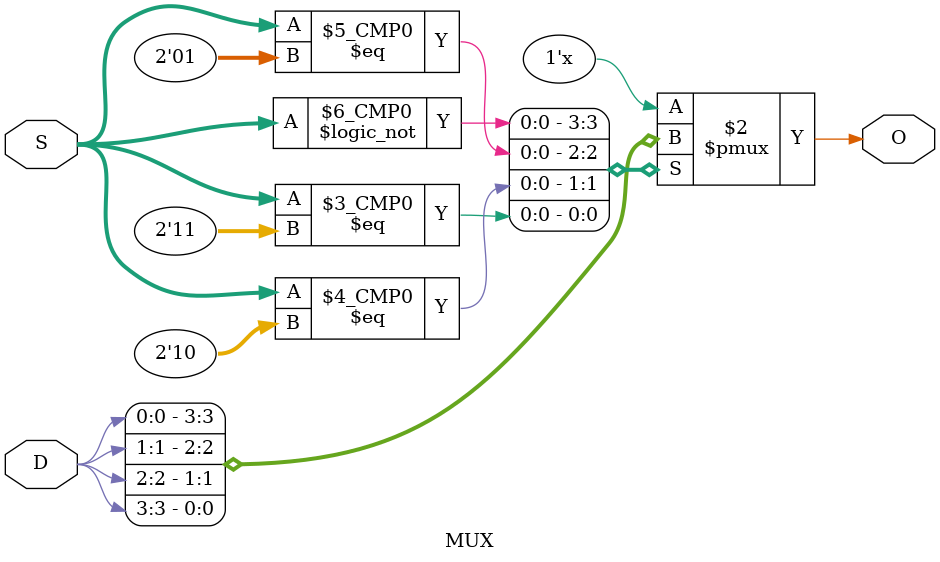
<source format=v>
`timescale 1ns / 1ps

module MUX(
input [3:0] D,
input [1:0] S,
output reg O
    );
    
    
always @(S,D) begin

case(S)

2'b00: O = D[0];
2'b01: O = D[1];
2'b10: O = D[2];
2'b11: O = D[3];

endcase


end    
    
endmodule

</source>
